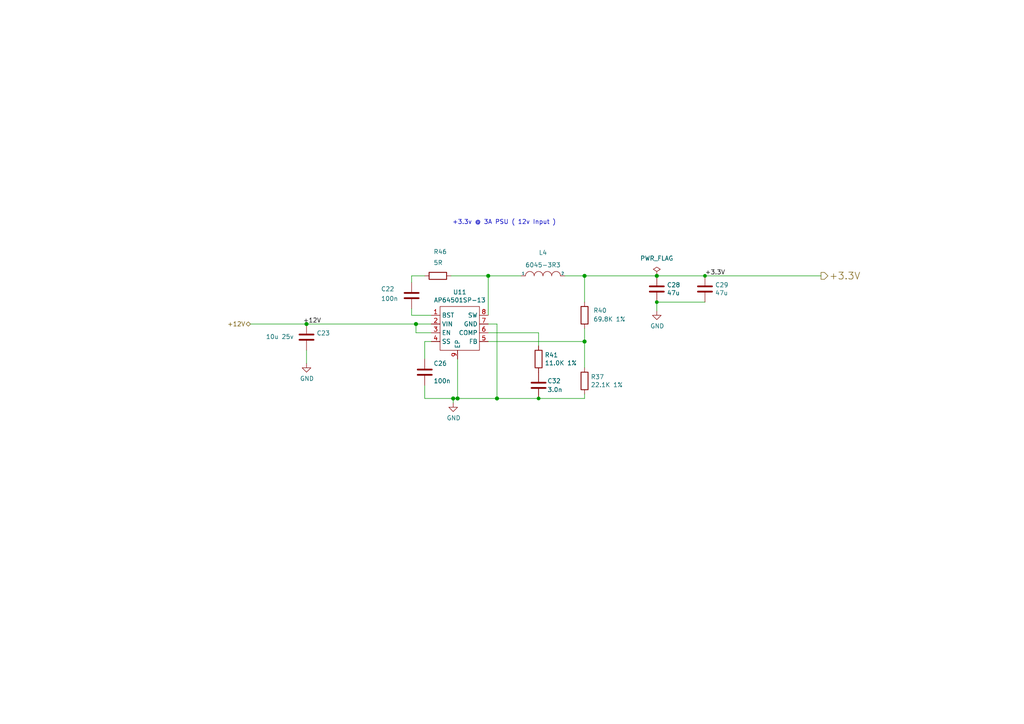
<source format=kicad_sch>
(kicad_sch (version 20230121) (generator eeschema)
  (paper "A4")
  (title_block (title "Penta-Pi") (date "2022-09-05") (rev "2.0") (comment 1 "fjc"))
  (lib_symbols
    (symbol "CM4IO:AP64351"
      (property "Reference" "U" (at 0 8.89 0))
      (property "Value" "AP64351" (at 1.27 6.35 0))
      (symbol "AP64351_0_1"
        (rectangle (start -5.08 5.08) (end 6.35 -7.62))
      )
      (symbol "AP64351_1_1"
        (pin passive line (at -7.62 2.54 0) (length 2.54) (name "BST") (number "1"))
        (pin power_in line (at -7.62 0 0) (length 2.54) (name "VIN") (number "2"))
        (pin input line (at -7.62 -2.54 0) (length 2.54) (name "EN") (number "3"))
        (pin input line (at -7.62 -5.08 0) (length 2.54) (name "SS") (number "4"))
        (pin input line (at 8.89 -5.08 180) (length 2.54) (name "FB") (number "5"))
        (pin input line (at 8.89 -2.54 180) (length 2.54) (name "COMP") (number "6"))
        (pin power_in line (at 8.89 0 180) (length 2.54) (name "GND") (number "7"))
        (pin output line (at 8.89 2.54 180) (length 2.54) (name "SW") (number "8"))
        (pin passive line (at 0 -10.16 90) (length 2.54) (name "EP") (number "9"))
      )
    )
    (symbol "Device:C" (pin_numbers hide) (pin_names (offset 0.254))
      (property "Reference" "C" (at 0.635 2.54 0))
      (property "Value" "C" (at 0.635 -2.54 0))
      (symbol "C_0_1"
        (polyline (pts (xy -2.032 -0.762) (xy 2.032 -0.762)) (stroke (width 0.508)))
        (polyline (pts (xy -2.032 0.762) (xy 2.032 0.762)) (stroke (width 0.508)))
      )
      (symbol "C_1_1"
        (pin passive line (at 0 3.81 270) (length 2.794) (name "~") (number "1"))
        (pin passive line (at 0 -3.81 90) (length 2.794) (name "~") (number "2"))
      )
    )
    (symbol "Device:R" (pin_numbers hide) (pin_names (offset 0))
      (property "Reference" "R" (at 2.032 0 90))
      (property "Value" "R" (at 0 0 90))
      (symbol "R_0_1"
        (rectangle (start -1.016 -2.54) (end 1.016 2.54) (stroke (width 0.254)))
      )
      (symbol "R_1_1"
        (pin passive line (at 0 3.81 270) (length 1.27) (name "~") (number "1"))
        (pin passive line (at 0 -3.81 90) (length 1.27) (name "~") (number "2"))
      )
    )
    (symbol "power:GND" (power) (pin_names (offset 0))
      (property "Value" "GND" (at 0 -3.81 0))
      (symbol "GND_0_1"
        (polyline (pts (xy 0 0) (xy 0 -1.27) (xy 1.27 -1.27) (xy 0 -2.54) (xy -1.27 -1.27) (xy 0 -1.27)))
      )
      (symbol "GND_1_1"
        (pin power_in line (at 0 0 270) (length 0) hide (name "GND") (number "1"))
      )
    )
    (symbol "power:PWR_FLAG" (power) (pin_numbers hide) (pin_names (offset 0) hide)
      (property "Value" "PWR_FLAG" (at 0 3.81 0))
      (symbol "PWR_FLAG_0_0"
        (pin power_out line (at 0 0 90) (length 0) (name "pwr") (number "1"))
      )
      (symbol "PWR_FLAG_0_1"
        (polyline (pts (xy 0 0) (xy 0 1.27) (xy -1.016 1.905) (xy 0 2.54) (xy 1.016 1.905) (xy 0 1.27)))
      )
    )
    (symbol "pspice:INDUCTOR" (pin_numbers hide) (pin_names (offset 0))
      (property "Reference" "L" (at 0 2.54 0))
      (property "Value" "INDUCTOR" (at 0 -1.27 0))
      (symbol "INDUCTOR_0_1"
        (arc (start -2.54 0) (mid -3.81 1.2645) (end -5.08 0))
        (arc (start 0 0) (mid -1.27 1.2645) (end -2.54 0))
        (arc (start 2.54 0) (mid 1.27 1.2645) (end 0 0))
        (arc (start 5.08 0) (mid 3.81 1.2645) (end 2.54 0))
      )
      (symbol "INDUCTOR_1_1"
        (pin input line (at -6.35 0 0) (length 1.27) (name "1") (number "1"))
        (pin input line (at 6.35 0 180) (length 1.27) (name "2") (number "2"))
      )
    )
  )
  (junction (at 132.715 115.57) (diameter 1.016))
  (junction (at 190.5 80.01) (diameter 1.016))
  (junction (at 169.545 99.06) (diameter 1.016))
  (junction (at 169.545 80.01) (diameter 1.016))
  (junction (at 144.145 115.57) (diameter 1.016))
  (junction (at 131.445 115.57) (diameter 1.016))
  (junction (at 156.21 115.57) (diameter 0.9144))
  (junction (at 190.5 87.63))
  (junction (at 120.65 93.98) (diameter 1.016))
  (junction (at 88.9 93.98) (diameter 1.016))
  (junction (at 204.47 80.01) (diameter 0.9144))
  (junction (at 141.605 80.01) (diameter 1.016))
  (wire (pts (xy 120.65 93.98) (xy 120.65 96.52)))
  (wire (pts (xy 141.605 80.01) (xy 141.605 91.44)))
  (wire (pts (xy 169.545 115.57) (xy 169.545 114.3)))
  (wire (pts (xy 88.9 101.6) (xy 88.9 105.41)))
  (wire (pts (xy 156.21 115.57) (xy 169.545 115.57)))
  (wire (pts (xy 72.644 93.98) (xy 88.9 93.98)))
  (wire (pts (xy 131.445 116.84) (xy 131.445 115.57)))
  (wire (pts (xy 190.5 80.01) (xy 204.47 80.01)))
  (wire (pts (xy 119.38 81.915) (xy 119.38 80.01)))
  (wire (pts (xy 125.095 99.06) (xy 123.19 99.06)))
  (wire (pts (xy 169.545 95.25) (xy 169.545 99.06)))
  (wire (pts (xy 169.545 99.06) (xy 169.545 106.68)))
  (wire (pts (xy 141.605 80.01) (xy 151.13 80.01)))
  (wire (pts (xy 169.545 80.01) (xy 190.5 80.01)))
  (wire (pts (xy 123.19 111.76) (xy 123.19 115.57)))
  (wire (pts (xy 141.605 99.06) (xy 169.545 99.06)))
  (wire (pts (xy 169.545 80.01) (xy 169.545 87.63)))
  (wire (pts (xy 190.5 87.63) (xy 190.5 90.17)))
  (wire (pts (xy 144.145 93.98) (xy 144.145 115.57)))
  (wire (pts (xy 156.21 100.33) (xy 156.21 96.52)))
  (wire (pts (xy 123.19 115.57) (xy 131.445 115.57)))
  (wire (pts (xy 130.81 80.01) (xy 141.605 80.01)))
  (wire (pts (xy 141.605 93.98) (xy 144.145 93.98)))
  (wire (pts (xy 123.19 99.06) (xy 123.19 104.14)))
  (wire (pts (xy 144.145 115.57) (xy 156.21 115.57)))
  (wire (pts (xy 163.83 80.01) (xy 169.545 80.01)))
  (wire (pts (xy 204.47 80.01) (xy 238.125 80.01)))
  (wire (pts (xy 141.605 96.52) (xy 156.21 96.52)))
  (wire (pts (xy 204.47 87.63) (xy 190.5 87.63)))
  (wire (pts (xy 132.715 115.57) (xy 144.145 115.57)))
  (wire (pts (xy 120.65 93.98) (xy 125.095 93.98)))
  (wire (pts (xy 131.445 115.57) (xy 132.715 115.57)))
  (wire (pts (xy 120.65 96.52) (xy 125.095 96.52)))
  (wire (pts (xy 132.715 104.14) (xy 132.715 115.57)))
  (wire (pts (xy 119.38 91.44) (xy 125.095 91.44)))
  (wire (pts (xy 88.9 93.98) (xy 120.65 93.98)))
  (wire (pts (xy 119.38 89.535) (xy 119.38 91.44)))
  (wire (pts (xy 119.38 80.01) (xy 123.19 80.01)))
  (text "+3.3v @ 3A PSU ( 12v Input )" (at 161.29 65.278 0) (effects (font (size 1.27 1.27)) (justify right bottom)))
  (label "+3.3V" (at 204.47 80.01 0))
  (label "+12V" (at 87.884 93.98 0))
  (hierarchical_label "+3.3V" (shape output) (at 238.125 80.01 0) (effects (font (size 2.007 2.007))))
  (hierarchical_label "+12V" (shape bidirectional) (at 72.644 93.98 180))
  (symbol (lib_id "Device:R") (at 169.545 110.49 0) (unit 1)
    (property "Reference" "R37" (at 171.323 109.3216 0) (effects (justify left)))
    (property "Value" "22.1K 1%" (at 171.323 111.633 0) (effects (justify left)))
    (property "Footprint" "Resistor_SMD:R_0603_1608Metric" (effects hide))
    (property "LCSC Part Number" "C25961" (effects hide))
  )
  (symbol (lib_id "Device:C") (at 190.5 83.82 0) (unit 1)
    (property "Reference" "C28" (at 193.421 82.6516 0) (effects (justify left)))
    (property "Value" "47u" (at 193.421 84.963 0) (effects (justify left)))
    (property "Footprint" "Capacitor_SMD:C_1206_3216Metric" (effects hide))
    (property "Datasheet" "http://www.samsungsem.com/kr/support/product-search/mlcc/CL21B106KPQNNNE.jsp" (effects hide))
    (property "LCSC Part Number" "C96123" (effects hide))
  )
  (symbol (lib_id "power:GND") (at 131.445 116.84 0) (unit 1)
    (property "Reference" "#PWR0164" (effects hide))
    (property "Value" "GND" (at 131.572 121.2342 0))
  )
  (symbol (lib_id "pspice:INDUCTOR") (at 157.48 80.01 0) (unit 1)
    (property "Reference" "L4" (at 157.48 73.279 0))
    (property "Value" "6045-3R3" (at 157.48 76.8604 0))
    (property "Footprint" "Inductor_SMD:L_Bourns_SRN6045TA" (effects hide))
    (property "Datasheet" "https://jlcpcb.com/partdetail/146612-SMNR60453R3MT/C135301" (effects hide))
    (property "Part Description" "3.3uH ±20% 5.5AMP SMD,6x6x4.5mm Power Inductors" (effects hide))
    (property "LCSC Part Number" "C135301" (effects hide))
  )
  (symbol (lib_id "CM4IO:AP64351") (at 132.715 93.98 0) (unit 1)
    (property "Reference" "U11" (at 133.35 84.7344 0))
    (property "Value" "AP64501SP-13" (at 133.35 87.0458 0))
    (property "Footprint" "Package_SO:SOIC-8-1EP_3.9x4.9mm_P1.27mm_EP2.95x4.9mm_Mask2.71x3.4mm" (effects hide))
    (property "Datasheet" "https://4donline.ihs.com/images/VipMasterIC/IC/DIOD/DIOD-S-A0009073044/DIOD-S-A0009073044-1.pdf?hkey=6D3A4C79FDBF58556ACFDE234799DDF0" (effects hide))
    (property "LCSC Part Number" "C2071517" (effects hide))
  )
  (symbol (lib_id "power:PWR_FLAG") (at 190.5 80.01 0) (unit 1)
    (property "Reference" "#FLG0102" (effects hide))
    (property "Value" "PWR_FLAG" (at 190.5 74.93 0))
  )
  (symbol (lib_id "Device:C") (at 119.38 85.725 0) (unit 1)
    (property "Reference" "C22" (at 110.49 83.82 0) (effects (justify left)))
    (property "Value" "100n" (at 110.49 86.614 0) (effects (justify left)))
    (property "Footprint" "Capacitor_SMD:C_0402_1005Metric" (effects hide))
    (property "Datasheet" "https://search.murata.co.jp/Ceramy/image/img/A01X/G101/ENG/GRM21BR71A106KA73-01.pdf" (effects hide))
    (property "LCSC Part Number" "C1525" (effects hide))
  )
  (symbol (lib_id "Device:C") (at 88.9 97.79 0) (unit 1)
    (property "Reference" "C23" (at 91.821 96.6216 0) (effects (justify left)))
    (property "Value" "10u 25v" (at 77.089 97.663 0) (effects (justify left)))
    (property "Footprint" "Capacitor_SMD:C_0805_2012Metric" (effects hide))
    (property "Datasheet" "https://media.digikey.com/pdf/Data%20Sheets/Samsung%20PDFs/CL_Series_MLCC_ds.pdf" (effects hide))
    (property "LCSC Part Number" "C440198" (effects hide))
  )
  (symbol (lib_id "Device:R") (at 127 80.01 270) (unit 1)
    (property "Reference" "R46" (at 125.73 73.025 90) (effects (justify left)))
    (property "Value" "5R" (at 125.73 76.2 90) (effects (justify left)))
    (property "Footprint" "Resistor_SMD:R_0603_1608Metric" (effects hide))
    (property "LCSC Part Number" "C25197" (effects hide))
  )
  (symbol (lib_id "Device:C") (at 123.19 107.95 0) (unit 1)
    (property "Reference" "C26" (at 125.73 105.41 0) (effects (justify left)))
    (property "Value" "100n" (at 125.73 110.49 0) (effects (justify left)))
    (property "Footprint" "Capacitor_SMD:C_0402_1005Metric" (effects hide))
    (property "Datasheet" "https://search.murata.co.jp/Ceramy/image/img/A01X/G101/ENG/GRM21BR71A106KA73-01.pdf" (effects hide))
    (property "LCSC Part Number" "C1525" (effects hide))
  )
  (symbol (lib_id "Device:C") (at 204.47 83.82 0) (unit 1)
    (property "Reference" "C29" (at 207.391 82.6516 0) (effects (justify left)))
    (property "Value" "47u" (at 207.391 84.963 0) (effects (justify left)))
    (property "Footprint" "Capacitor_SMD:C_1206_3216Metric" (effects hide))
    (property "Datasheet" "http://www.samsungsem.com/kr/support/product-search/mlcc/CL21B106KPQNNNE.jsp" (effects hide))
    (property "LCSC Part Number" "C96123" (effects hide))
  )
  (symbol (lib_id "Device:C") (at 156.21 111.76 0) (unit 1)
    (property "Reference" "C32" (at 158.75 110.49 0) (effects (justify left)))
    (property "Value" "3.0n" (at 158.75 113.03 0) (effects (justify left)))
    (property "Footprint" "Capacitor_SMD:C_0603_1608Metric" (effects hide))
    (property "Datasheet" "http://datasheets.avx.com/X7RDielectric.pdf" (effects hide))
    (property "LCSC Part Number" "C1613" (effects hide))
  )
  (symbol (lib_id "power:GND") (at 190.5 90.17 0) (unit 1)
    (property "Reference" "#PWR0163" (effects hide))
    (property "Value" "GND" (at 190.627 94.5642 0))
  )
  (symbol (lib_id "power:GND") (at 88.9 105.41 0) (unit 1)
    (property "Reference" "#PWR0165" (effects hide))
    (property "Value" "GND" (at 89.027 109.8042 0))
  )
  (symbol (lib_id "Device:R") (at 156.21 104.14 0) (unit 1)
    (property "Reference" "R41" (at 157.988 102.9716 0) (effects (justify left)))
    (property "Value" "11.0K 1%" (at 157.988 105.283 0) (effects (justify left)))
    (property "Footprint" "Resistor_SMD:R_0603_1608Metric" (effects hide))
    (property "LCSC Part Number" "C25950" (effects hide))
  )
  (symbol (lib_id "Device:R") (at 169.545 91.44 0) (unit 1)
    (property "Reference" "R40" (at 172.085 90.043 0) (effects (justify left)))
    (property "Value" "69.8K 1%" (at 172.085 92.583 0) (effects (justify left)))
    (property "Footprint" "Resistor_SMD:R_0603_1608Metric" (effects hide))
    (property "LCSC Part Number" "C23098" (effects hide))
  )
)
</source>
